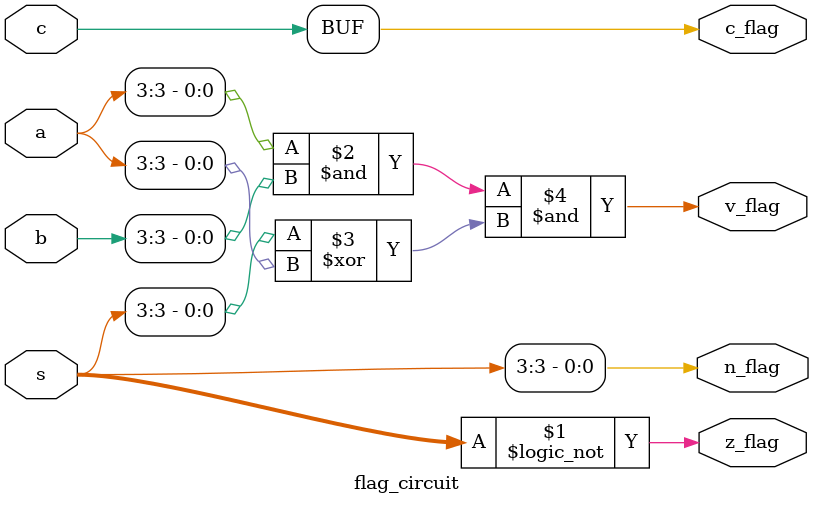
<source format=v>
module flag_circuit
#(parameter N = 4)
(a, b, c, s, n_flag, c_flag, v_flag, z_flag);
  localparam MSB = (N-1);

  input [MSB:0] a, b, s;
  input c;
  output n_flag, c_flag, v_flag, z_flag;

  assign z_flag = !s; // zero flag
  assign n_flag = s[MSB]; // negative flag
  assign v_flag = ((a[MSB]&b[MSB])&(s[MSB]^a[MSB])); // overflow flag
  assign c_flag = c; // carry flag
endmodule

</source>
